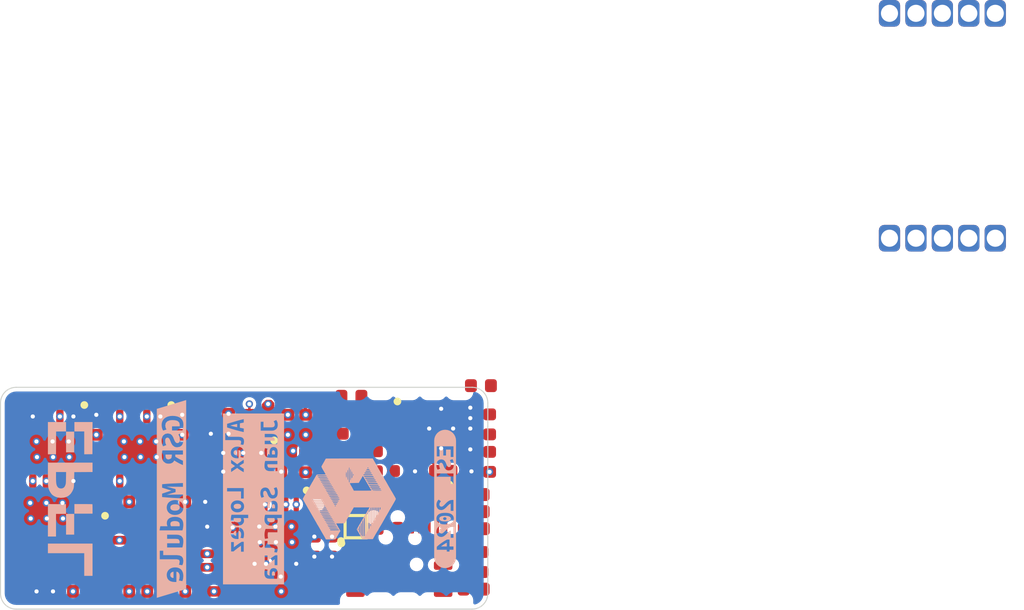
<source format=kicad_pcb>
(kicad_pcb (version 20240108) (generator "pcbnew") (generator_version "8.0")
  (layers (0 "F.Cu" signal) (1 "In1.Cu" signal) (2 "In2.Cu" signal) (31 "B.Cu" signal) (34 "B.Paste" user) (35 "F.Paste" user) (36 "B.SilkS" user "B.Silkscreen") (37 "F.SilkS" user "F.Silkscreen") (38 "B.Mask" user) (39 "F.Mask" user) (44 "Edge.Cuts" user))
  (net 0 "")
  (net 1 "GSR")
  (net 2 "Net-(U2B-+)")
  (net 3 "GND")
  (net 4 "/[2] GSR/V_MID")
  (net 5 "+3VA")
  (net 6 "+1V8")
  (net 7 "/[2] GSR/IN_P")
  (net 8 "/[2] GSR/IN_N")
  (net 9 "/[1] Power Regulation & Level Shifting/+3V3_FILT")
  (net 10 "Net-(C20-Pad2)")
  (net 11 "+3V3")
  (net 12 "Net-(C21-Pad2)")
  (net 13 "/[2] GSR/ELECTRODE_P")
  (net 14 "+3VA_ADC")
  (net 15 "LVL_SHIFTER_EN")
  (net 16 "SCL_3V")
  (net 17 "SDA_3V")
  (net 18 "SDA_1V8")
  (net 19 "SCL_1V8")
  (net 20 "/[2] GSR/POT_N")
  (net 21 "Net-(U4-H)")
  (net 22 "/[2] GSR/RG_1")
  (net 23 "/[2] GSR/RG_2")
  (net 24 "Net-(U5-FB_PG)")
  (net 25 "/[2] GSR/V_IA_REF")
  (net 28 "/[1] Power Regulation & Level Shifting/NR{slash}SS")
  (net 29 "/[1] Power Regulation & Level Shifting/EN_UV")
  (net 30 "/[2] GSR/FB_LPF")
  (net 31 "Net-(C19-Pad2)")
  (net 32 "Net-(C18-Pad2)")
  (net 33 "V_IA_OUT")
  (net 34 "ADC_EN")
  (net 35 "Net-(U7-IN+)")
  (net 36 "Net-(U7-SDO)")
  (net 37 "SPI_MISO_3V")
  (net 38 "SPI_CS_1V8")
  (net 39 "SPI_CS_3V")
  (net 40 "SPI_SCK_3V")
  (net 41 "SPI_MISO_1V8")
  (net 42 "SPI_SCK_1V8")
  (footprint "X-MODs_PcbLib:R0402" (layer "F.Cu") (at 136.135 92.835039)
    (property "Reference" "R18" (hide yes))
    (property "Value" "TBD" (hide yes))
  )
  (footprint "X-MODs_PcbLib:DSBGA-4_0.74x0.74mm" (layer "F.Cu") (at 132.82 95.49 90)
    (property "Reference" "U9" (hide yes))
    (property "Value" "TPS22916CYFPR" (hide yes))
  )
  (footprint "X-MODs_PcbLib:R0402" (layer "F.Cu") (at 117 98.6 180)
    (property "Reference" "R11" (hide yes))
    (property "Value" "270K" (hide yes))
  )
  (footprint "X-MODs_PcbLib:C0402" (layer "F.Cu") (at 126.9 95.05 -90)
    (property "Reference" "C3" (hide yes))
    (property "Value" "100n 10V" (hide yes))
  )
  (footprint "X-MODs_PcbLib:DFN-10_3x3mm" (layer "F.Cu") (at 128.95 95.85 -90)
    (property "Reference" "U2" (hide yes))
    (property "Value" "LTC2064IDD#PBF" (hide yes))
  )
  (footprint "X-MODs_PcbLib:R0402" (layer "F.Cu") (at 126.925 92.85)
    (property "Reference" "R3" (hide yes))
    (property "Value" "1M00" (hide yes))
  )
  (footprint "X-MODs_PcbLib:C0402" (layer "F.Cu") (at 131.22 95.1)
    (property "Reference" "C25" (hide yes))
    (property "Value" "1u00 10V" (hide yes))
  )
  (footprint "X-MODs_PcbLib:C0402" (layer "F.Cu") (at 118.75 98.6 180)
    (property "Reference" "C13" (hide yes))
    (property "Value" "2u20 16V" (hide yes))
  )
  (footprint "X-MODs_PcbLib:C0402" (layer "F.Cu") (at 128.75 91.95 180)
    (property "Reference" "C7" (hide yes))
    (property "Value" "100n 10V" (hide yes))
  )
  (footprint "X-MODs_PcbLib:R0402" (layer "F.Cu") (at 138.47 98.49)
    (property "Reference" "R27" (hide yes))
    (property "Value" "22R0" (hide yes))
  )
  (footprint "X-MODs_PcbLib:UQFN-12_1.7x2mm" (layer "F.Cu") (at 136.305 94.77 -90)
    (property "Reference" "U8" (hide yes))
    (property "Value" "TXB0104RUTR" (hide yes))
  )
  (footprint "X-MODs_PcbLib:MSOP-8" (layer "F.Cu") (at 123.570078 96.467539)
    (property "Reference" "U1" (hide yes))
    (property "Value" "AD8236ARMZ-R7" (hide yes))
  )
  (footprint "X-MODs_PcbLib:R0402" (layer "F.Cu") (at 134.34 95.57)
    (property "Reference" "R29" (hide yes))
    (property "Value" "56K0" (hide yes))
  )
  (footprint "X-MODs_PcbLib:R0402" (layer "F.Cu") (at 137.885 92.835039)
    (property "Reference" "R19" (hide yes))
    (property "Value" "TBD" (hide yes))
  )
  (footprint "X-MODs_PcbLib:C0402" (layer "F.Cu") (at 120.35 90.6 -90)
    (property "Reference" "C9" (hide yes))
    (property "Value" "100n 10V" (hide yes))
  )
  (footprint "X-MODs_PcbLib:C0402" (layer "F.Cu") (at 138.82 88.72)
    (property "Reference" "C17" (hide yes))
    (property "Value" "10u0 16V" (hide yes))
  )
  (footprint "X-MODs_PcbLib:C0402" (layer "F.Cu") (at 125.1 98.6 180)
    (property "Reference" "C2" (hide yes))
    (property "Value" "10n0 16V" (hide yes))
  )
  (footprint "X-MODs_PcbLib:C0402" (layer "F.Cu") (at 132.16 90.55 -90)
    (property "Reference" "C20" (hide yes))
    (property "Value" "10u0 16V" (hide yes))
  )
  (footprint "X-MODs_PcbLib:R0402" (layer "F.Cu") (at 120.1 94.5 -90)
    (property "Reference" "R12" (hide yes))
    (property "Value" "4M75" (hide yes))
  )
  (footprint "X-MODs_PcbLib:R0402" (layer "F.Cu") (at 134.62 92.34 -90)
    (property "Reference" "R17" (hide yes))
    (property "Value" "TBD" (hide yes))
  )
  (footprint "X-MODs_PcbLib:GSR_Electrodes_Conn" (layer "F.Cu") (at 117.95 96 90)
    (property "Reference" "J1" (hide yes))
    (property "Value" "~" (hide yes))
  )
  (footprint "X-MODs_PcbLib:C0402" (layer "F.Cu") (at 125.1 94.3 180)
    (property "Reference" "C14" (hide yes))
    (property "Value" "100n 10V" (hide yes))
  )
  (footprint "X-MODs_PcbLib:R0402" (layer "F.Cu") (at 130.405 90.6 90)
    (property "Reference" "R8" (hide yes))
    (property "Value" "10K0" (hide yes))
  )
  (footprint "X-MODs_PcbLib:R0402" (layer "F.Cu") (at 138.47 94.77 180)
    (property "Reference" "R20" (hide yes))
    (property "Value" "1M00" (hide yes))
  )
  (footprint "X-MODs_PcbLib:MSOP-8" (layer "F.Cu") (at 134.9 97.68)
    (property "Reference" "U7" (hide yes))
    (property "Value" "LTC1864LIMS8#PBF" (hide yes))
  )
  (footprint "X-MODs_PcbLib:C0402" (layer "F.Cu") (at 131.34 90.56 -90)
    (property "Reference" "C21" (hide yes))
    (property "Value" "10u0 16V" (hide yes))
  )
  (footprint "X-MODs_PcbLib:R0402" (layer "F.Cu") (at 131.22 97.82)
    (property "Reference" "R26" (hide yes))
    (property "Value" "0R00" (hide yes))
  )
  (footprint "X-MODs_PcbLib:X2SON-8" (layer "F.Cu") (at 128.15 90.45 180)
    (property "Reference" "U6" (hide yes))
    (property "Value" "TXS0102DQER" (hide yes))
  )
  (footprint "X-MODs_PcbLib:R0402" (layer "F.Cu") (at 131.22 98.64)
    (property "Reference" "R23" (hide yes))
    (property "Value" "0R00" (hide yes))
  )
  (footprint "X-MODs_PcbLib:R0402" (layer "F.Cu") (at 133.8 92.35 -90)
    (property "Reference" "R21" (hide yes))
    (property "Value" "TBD" (hide yes))
  )
  (footprint "X-MODs_PcbLib:C0402" (layer "F.Cu") (at 128.75 98.6)
    (property "Reference" "C1" (hide yes))
    (property "Value" "15n0 16V" (hide yes))
  )
  (footprint "X-MODs_PcbLib:L0402" (layer "F.Cu") (at 132.6 89.23 180)
    (property "Reference" "FB1" (hide yes))
    (property "Value" "FerriteBead" (hide yes))
  )
  (footprint "X-MODs_PcbLib:C0402" (layer "F.Cu") (at 132.98 90.56 -90)
    (property "Reference" "C19" (hide yes))
    (property "Value" "10u0 16V" (hide yes))
  )
  (footprint "X-MODs_PcbLib:R0402" (layer "F.Cu") (at 129.55 90.6 90)
    (property "Reference" "R9" (hide yes))
    (property "Value" "10K0" (hide yes))
  )
  (footprint "X-MODs_PcbLib:TDFN-8_3x3mm" (layer "F.Cu") (at 122.45 91.75 -90)
    (property "Reference" "U4" (hide yes))
    (property "Value" "MAX5419LETA+T" (hide yes))
  )
  (footprint "X-MODs_PcbLib:R0402" (layer "F.Cu") (at 125.85 90.55 90)
    (property "Reference" "R7" (hide yes))
    (property "Value" "10K0" (hide yes))
  )
  (footprint "X-MODs_PcbLib:C0402" (layer "F.Cu") (at 138.88 97.19 -90)
    (property "Reference" "C22" (hide yes))
    (property "Value" "100n 10V" (hide yes))
  )
  (footprint "X-MODs_PcbLib:C0402" (layer "F.Cu") (at 120.1 96.332461 90)
    (property "Reference" "C12" (hide yes))
    (property "Value" "470p 50V" (hide yes))
  )
  (footprint "X-MODs_PcbLib:R0402" (layer "F.Cu") (at 126.925 98.6 180)
    (property "Reference" "R2" (hide yes))
    (property "Value" "2M87" (hide yes))
  )
  (footprint "X-MODs_PcbLib:C0402" (layer "F.Cu") (at 131.64 96.45 90)
    (property "Reference" "C5" (hide yes))
    (property "Value" "100n 10V" (hide yes))
  )
  (footprint "X-MODs_PcbLib:C0402" (layer "F.Cu") (at 138.475 95.59)
    (property "Reference" "C24" (hide yes))
    (property "Value" "100n 10V" (hide yes))
  )
  (footprint "X-MODs_PcbLib:R0402" (layer "F.Cu") (at 131.34 92.37 -90)
    (property "Reference" "R24" (hide yes))
    (property "Value" "TBD" (hide yes))
  )
  (footprint "X-MODs_PcbLib:C0402" (layer "F.Cu") (at 121.45 94.3)
    (property "Reference" "C11" (hide yes))
    (property "Value" "22p0 50V" (hide yes))
  )
  (footprint "X-MODs_PcbLib:R0402" (layer "F.Cu") (at 134.62 90.56 -90)
    (property "Reference" "R16" (hide yes))
    (property "Value" "TBD" (hide yes))
  )
  (footprint "X-MODs_PcbLib:C0402" (layer "F.Cu") (at 133.8 90.56 -90)
    (property "Reference" "C18" (hide yes))
    (property "Value" "10u0 16V" (hide yes))
  )
  (footprint "X-MODs_PcbLib:R0402" (layer "F.Cu") (at 126.7 90.55 90)
    (property "Reference" "R6" (hide yes))
    (property "Value" "10K0" (hide yes))
  )
  (footprint "X-MODs_PcbLib:R0402" (layer "F.Cu") (at 139.235 92.38 -90)
    (property "Reference" "R15" (hide yes))
    (property "Value" "20K0" (hide yes))
  )
  (footprint "X-MODs_PcbLib:WSON-8-3.15x3.15mm" (layer "F.Cu") (at 136.91 90.78)
    (property "Reference" "U5" (hide yes))
    (property "Value" "TPS7A9401DSCR" (hide yes))
  )
  (footprint "X-MODs_PcbLib:R0402" (layer "F.Cu") (at 126.932461 96.85 -90)
    (property "Reference" "R1" (hide yes))
    (property "Value" "1M43" (hide yes))
  )
  (footprint "X-MODs_PcbLib:R0402" (layer "F.Cu") (at 123.275 98.6)
    (property "Reference" "R14" (hide yes))
    (property "Value" "TBD" (hide yes))
  )
  (footprint "X-MODs_PcbLib:R0402" (layer "F.Cu") (at 120.1 98.15 90)
    (property "Reference" "R10" (hide yes))
    (property "Value" "4M64" (hide yes))
  )
  (footprint "X-MODs_PcbLib:C0402" (layer "F.Cu") (at 126.925 91.95)
    (property "Reference" "C8" (hide yes))
    (property "Value" "100n 10V" (hide yes))
  )
  (footprint "X-MODs_PcbLib:C0402" (layer "F.Cu") (at 138.05 97.19 -90)
    (property "Reference" "C16" (hide yes))
    (property "Value" "10u0 16V" (hide yes))
  )
  (footprint "X-MODs_PcbLib:C0402" (layer "F.Cu") (at 130.82 96.45 90)
    (property "Reference" "C4" (hide yes))
    (property "Value" "1u00 10V" (hide yes))
  )
  (footprint "X-MODs_PcbLib:GSR_Board_Castellated_Conn_1.27mm" (layer "F.Cu") (at 153.18 76.34)
    (property "Reference" "J2" (hide yes))
    (property "Value" "~" (hide yes))
  )
  (footprint "X-MODs_PcbLib:R0402" (layer "F.Cu") (at 130.4 92.4 -90)
    (property "Reference" "R5" (hide yes))
    (property "Value" "100K" (hide yes))
  )
  (footprint "X-MODs_PcbLib:C0402" (layer "F.Cu") (at 124.475 90.6 -90)
    (property "Reference" "C6" (hide yes))
    (property "Value" "100n 10V" (hide yes))
  )
  (footprint "X-MODs_PcbLib:R0402" (layer "F.Cu") (at 128.75 92.85)
    (property "Reference" "R4" (hide yes))
    (property "Value" "1M00" (hide yes))
  )
  (footprint "X-MODs_PcbLib:C0402" (layer "F.Cu") (at 139.235 90.58 90)
    (property "Reference" "C15" (hide yes))
    (property "Value" "4u70 6V3" (hide yes))
  )
  (footprint "X-MODs_PcbLib:R0402" (layer "F.Cu") (at 124.45 92.75 -90)
    (property "Reference" "R13" (hide yes))
    (property "Value" "TBD" (hide yes))
  )
  (footprint "X-MODs_PcbLib:C0402" (layer "F.Cu") (at 121.45 98.6)
    (property "Reference" "C10" (hide yes))
    (property "Value" "22p0 50V" (hide yes))
  )
  (footprint "X-MODs_PcbLib:TDFN-8_3x3mm" (layer "F.Cu") (at 118.275 91.75 -90)
    (property "Reference" "U3" (hide yes))
    (property "Value" "MAX5419LETA+T" (hide yes))
  )
  (footprint "X-MODs_PcbLib:R0402" (layer "F.Cu") (at 132.98 92.36 -90)
    (property "Reference" "R22" (hide yes))
    (property "Value" "TBD" (hide yes))
  )
  (footprint "X-MODs_PcbLib:R0402" (layer "F.Cu") (at 132.16 92.35 -90)
    (property "Reference" "R25" (hide yes))
    (property "Value" "TBD" (hide yes))
  )
  (footprint "X-MODs_PcbLib:R0402" (layer "F.Cu") (at 134.32 94.08)
    (property "Reference" "R28" (hide yes))
    (property "Value" "56K0" (hide yes))
  )
  (footprint "X-MODs_PcbLib:C0402" (layer "F.Cu") (at 138.465 93.95)
    (property "Reference" "C23" (hide yes))
    (property "Value" "100n 10V" (hide yes))
  )
  (footprint "LOGO" (layer "B.Cu") (at 132.56079 93.866965 -90)
    (property "Reference" "G***" (hide yes))
    (property "Value" "LOGO" (hide yes))
  )
  (footprint "kibuzzard-66FA4FC2" (layer "B.Cu") (at 123.96 94.16 -90)
    (property "Reference" "kibuzzard-66FA4FC2" (hide yes))
    (property "Value" "G***" (hide yes))
  )
  (footprint "kibuzzard-66E06AA7" (layer "B.Cu") (at 137.1 94.16 -90)
    (property "Reference" "kibuzzard-66E06AA7" (hide yes))
    (property "Value" "G***" (hide yes))
  )
  (footprint "LOGO" (layer "B.Cu") (at 119.09 94.16 -90)
    (property "Reference" "G***" (hide yes))
    (property "Value" "LOGO" (hide yes))
  )
  (footprint "kibuzzard-66E06AC0" (layer "B.Cu") (at 127.9 94.16 -90)
    (property "Reference" "kibuzzard-66E06AC0" (hide yes))
    (property "Value" "G***" (hide yes))
  )
  (gr_arc (start 139.15 98.7) (mid 138.93033 99.23033) (end 138.4 99.45) (stroke (width 0.05)) (layer "Edge.Cuts"))
  (gr_line (start 116.5 88.8) (end 138.4 88.8) (stroke (width 0.05)) (layer "Edge.Cuts"))
  (gr_arc (start 115.75 89.55) (mid 115.96967 89.01967) (end 116.5 88.8) (stroke (width 0.05)) (layer "Edge.Cuts"))
  (gr_line (start 138.4 99.45) (end 116.5 99.45) (stroke (width 0.05)) (layer "Edge.Cuts"))
  (gr_line (start 139.15 89.55) (end 139.15 98.7) (stroke (width 0.05)) (layer "Edge.Cuts"))
  (gr_line (start 115.75 98.7) (end 115.75 89.55) (stroke (width 0.05)) (layer "Edge.Cuts"))
  (gr_arc (start 116.5 99.45) (mid 115.96967 99.23033) (end 115.75 98.7) (stroke (width 0.05)) (layer "Edge.Cuts"))
  (gr_arc (start 138.4 88.8) (mid 138.93033 89.01967) (end 139.15 89.55) (stroke (width 0.05)) (layer "Edge.Cuts"))
  (via (at 129.23 98.6) (size 0.35) (drill 0.2) (layers "F.Cu" "B.Cu") (net 1))
  (via (at 129.21 97.89) (size 0.35) (drill 0.2) (layers "F.Cu" "B.Cu") (net 1))
  (segment (start 126.445 98.6) (end 125.58 98.6) (width 0.5) (layer "F.Cu") (net 2))
  (via (at 128.5 97.275) (size 0.35) (drill 0.2) (layers "F.Cu" "B.Cu") (net 2))
  (via (at 126 98.6) (size 0.35) (drill 0.2) (layers "F.Cu" "B.Cu") (net 2))
  (via (at 129.23 92.85) (size 0.35) (drill 0.2) (layers "F.Cu" "B.Cu") (net 3))
  (via (at 118.75 95.1) (size 0.35) (drill 0.2) (layers "F.Cu" "B.Cu") (net 3))
  (via (at 129.75 96.235719) (size 0.35) (drill 0.2) (layers "F.Cu" "B.Cu") (net 3))
  (via (at 121.675 91.4) (size 0.35) (drill 0.2) (layers "F.Cu" "B.Cu") (net 3))
  (via (at 138.31 91.78) (size 0.35) (drill 0.2) (layers "F.Cu" "B.Cu") (net 3))
  (via (at 125.675578 97.442539) (size 0.35) (drill 0.2) (layers "F.Cu" "B.Cu") (net 3))
  (via (at 117.975 95.1) (size 0.35) (drill 0.2) (layers "F.Cu" "B.Cu") (net 3))
  (via (at 119.05 92.15) (size 0.35) (drill 0.2) (layers "F.Cu" "B.Cu") (net 3))
  (via (at 123.25 92.15) (size 0.35) (drill 0.2) (layers "F.Cu" "B.Cu") (net 3))
  (via (at 128.45 94.425) (size 0.35) (drill 0.2) (layers "F.Cu" "B.Cu") (net 3))
  (via (at 130.82 95.97) (size 0.35) (drill 0.2) (layers "F.Cu" "B.Cu") (net 3))
  (via (at 121.7 92.15) (size 0.35) (drill 0.2) (layers "F.Cu" "B.Cu") (net 3))
  (via (at 117.95 93.3) (size 0.35) (drill 0.2) (layers "F.Cu" "B.Cu") (net 3))
  (via (at 122.45 91.4) (size 0.35) (drill 0.2) (layers "F.Cu" "B.Cu") (net 3))
  (via (at 128.27 91.95) (size 0.35) (drill 0.2) (layers "F.Cu" "B.Cu") (net 3))
  (via (at 129.725 95.485719) (size 0.35) (drill 0.2) (layers "F.Cu" "B.Cu") (net 3))
  (via (at 118.275 92.15) (size 0.35) (drill 0.2) (layers "F.Cu" "B.Cu") (net 3))
  (via (at 131.67 95.97) (size 0.35) (drill 0.2) (layers "F.Cu" "B.Cu") (net 3))
  (via (at 121.475 90.2) (size 0.35) (drill 0.2) (layers "F.Cu" "B.Cu") (net 3))
  (via (at 117.475 91.4) (size 0.35) (drill 0.2) (layers "F.Cu" "B.Cu") (net 3))
  (via (at 128.2 96.235719) (size 0.35) (drill 0.2) (layers "F.Cu" "B.Cu") (net 3))
  (via (at 121.93 98.6) (size 0.35) (drill 0.2) (layers "F.Cu" "B.Cu") (net 3))
  (via (at 128.6 89.6) (size 0.35) (drill 0.2) (layers "F.Cu" "B.Cu") (net 3))
  (via (at 124.62 94.3) (size 0.35) (drill 0.2) (layers "F.Cu" "B.Cu") (net 3))
  (via (at 128.175 95.485719) (size 0.35) (drill 0.2) (layers "F.Cu" "B.Cu") (net 3))
  (via (at 128.975 96.235719) (size 0.35) (drill 0.2) (layers "F.Cu" "B.Cu") (net 3))
  (via (at 117.3 93.3) (size 0.35) (drill 0.2) (layers "F.Cu" "B.Cu") (net 3))
  (via (at 128.95 95.485719) (size 0.35) (drill 0.2) (layers "F.Cu" "B.Cu") (net 3))
  (via (at 139.235 92.86) (size 0.35) (drill 0.2) (layers "F.Cu" "B.Cu") (net 3))
  (via (at 127.405 91.95) (size 0.35) (drill 0.2) (layers "F.Cu" "B.Cu") (net 3))
  (via (at 119.23 98.6) (size 0.35) (drill 0.2) (layers "F.Cu" "B.Cu") (net 3))
  (via (at 119.025 91.4) (size 0.35) (drill 0.2) (layers "F.Cu" "B.Cu") (net 3))
  (via (at 117.5 92.15) (size 0.35) (drill 0.2) (layers "F.Cu" "B.Cu") (net 3))
  (via (at 123.225 91.4) (size 0.35) (drill 0.2) (layers "F.Cu" "B.Cu") (net 3))
  (via (at 121.93 94.3) (size 0.35) (drill 0.2) (layers "F.Cu" "B.Cu") (net 3))
  (via (at 117.2 95.1) (size 0.35) (drill 0.2) (layers "F.Cu" "B.Cu") (net 3))
  (via (at 138.365 92.835039) (size 0.35) (drill 0.2) (layers "F.Cu" "B.Cu") (net 3))
  (via (at 122.475 92.15) (size 0.35) (drill 0.2) (layers "F.Cu" "B.Cu") (net 3))
  (via (at 118.25 91.4) (size 0.35) (drill 0.2) (layers "F.Cu" "B.Cu") (net 3))
  (via (at 121.475 93.3) (size 0.35) (drill 0.2) (layers "F.Cu" "B.Cu") (net 3))
  (via (at 120.35 91.08) (size 0.35) (drill 0.2) (layers "F.Cu" "B.Cu") (net 3))
  (via (at 126.9 95.53) (size 0.35) (drill 0.2) (layers "F.Cu" "B.Cu") (net 3))
  (via (at 124.62 98.6) (size 0.35) (drill 0.2) (layers "F.Cu" "B.Cu") (net 3))
  (via (at 118.725 94.35) (size 0.35) (drill 0.2) (layers "F.Cu" "B.Cu") (net 3))
  (via (at 124.475 91.08) (size 0.35) (drill 0.2) (layers "F.Cu" "B.Cu") (net 3))
  (via (at 117.95 94.35) (size 0.35) (drill 0.2) (layers "F.Cu" "B.Cu") (net 3))
  (via (at 117.175 94.35) (size 0.35) (drill 0.2) (layers "F.Cu" "B.Cu") (net 3))
  (via (at 123.425 90.2) (size 0.35) (drill 0.2) (layers "F.Cu" "B.Cu") (net 5))
  (via (at 119.25 90.2) (size 0.35) (drill 0.2) (layers "F.Cu" "B.Cu") (net 5))
  (via (at 125.58 94.3) (size 0.35) (drill 0.2) (layers "F.Cu" "B.Cu") (net 5))
  (via (at 126.7 91.03) (size 0.35) (drill 0.2) (layers "F.Cu" "B.Cu") (net 5))
  (via (at 119.25 93.3) (size 0.35) (drill 0.2) (layers "F.Cu" "B.Cu") (net 5))
  (via (at 126.445 91.95) (size 0.35) (drill 0.2) (layers "F.Cu" "B.Cu") (net 5))
  (via (at 138.31 90.78) (size 0.35) (drill 0.2) (layers "F.Cu" "B.Cu") (net 5))
  (via (at 130.82 96.93) (size 0.35) (drill 0.2) (layers "F.Cu" "B.Cu") (net 5))
  (via (at 127.95 97.275) (size 0.35) (drill 0.2) (layers "F.Cu" "B.Cu") (net 5))
  (via (at 124.475 90.12) (size 0.35) (drill 0.2) (layers "F.Cu" "B.Cu") (net 5))
  (via (at 120.35 90.12) (size 0.35) (drill 0.2) (layers "F.Cu" "B.Cu") (net 5))
  (via (at 117.48 98.6) (size 0.35) (drill 0.2) (layers "F.Cu" "B.Cu") (net 5))
  (via (at 129.95 97.275) (size 0.35) (drill 0.2) (layers "F.Cu" "B.Cu") (net 5))
  (via (at 135.655 92.835039) (size 0.35) (drill 0.2) (layers "F.Cu" "B.Cu") (net 5))
  (via (at 138.31 90.28) (size 0.35) (drill 0.2) (layers "F.Cu" "B.Cu") (net 5))
  (via (at 117.3 90.2) (size 0.35) (drill 0.2) (layers "F.Cu" "B.Cu") (net 5))
  (via (at 138.31 89.78) (size 0.35) (drill 0.2) (layers "F.Cu" "B.Cu") (net 5))
  (via (at 126.445 92.85) (size 0.35) (drill 0.2) (layers "F.Cu" "B.Cu") (net 5))
  (via (at 131.67 96.93) (size 0.35) (drill 0.2) (layers "F.Cu" "B.Cu") (net 5))
  (via (at 125.85 91.03) (size 0.35) (drill 0.2) (layers "F.Cu" "B.Cu") (net 5))
  (via (at 125.675578 95.492539) (size 0.35) (drill 0.2) (layers "F.Cu" "B.Cu") (net 5))
  (via (at 118.27 98.6) (size 0.35) (drill 0.2) (layers "F.Cu" "B.Cu") (net 5))
  (via (at 129.55 91.08) (size 0.35) (drill 0.2) (layers "F.Cu" "B.Cu") (net 6))
  (via (at 129.8 91.85) (size 0.35) (drill 0.2) (layers "F.Cu" "B.Cu") (net 6))
  (via (at 130.405 91.08) (size 0.35) (drill 0.2) (layers "F.Cu" "B.Cu") (net 6))
  (segment (start 118.72 97.25) (end 119.285 97.815) (width 0.5) (layer "F.Cu") (net 13))
  (segment (start 120.1 98.63) (end 119.285 97.815) (width 0.25) (layer "F.Cu") (net 13))
  (segment (start 117.95 97.25) (end 118.72 97.25) (width 0.5) (layer "F.Cu") (net 13))
  (segment (start 116.52 98.6) (end 116.52 98.29) (width 0.5) (layer "F.Cu") (net 13))
  (segment (start 116.52 98.29) (end 117.56 97.25) (width 0.5) (layer "F.Cu") (net 13))
  (segment (start 117.56 97.25) (end 117.95 97.25) (width 0.5) (layer "F.Cu") (net 13))
  (segment (start 127.7 89.925) (end 127.7 89.6) (width 0.12) (layer "F.Cu") (net 15))
  (via (at 130.4 92.88) (size 0.35) (drill 0.2) (layers "F.Cu" "B.Cu") (net 15))
  (via (at 127.7 89.6) (size 0.35) (drill 0.2) (layers "F.Cu" "B.Cu") (net 15))
  (segment (start 127.375 90.625) (end 126.82 90.07) (width 0.12) (layer "F.Cu") (net 16))
  (segment (start 126.82 90.07) (end 126.7 90.07) (width 0.12) (layer "F.Cu") (net 16))
  (segment (start 127.7 90.625) (end 127.375 90.625) (width 0.12) (layer "F.Cu") (net 16))
  (via (at 126.7 90.07) (size 0.35) (drill 0.2) (layers "F.Cu" "B.Cu") (net 16))
  (via (at 122.775 90.2) (size 0.35) (drill 0.2) (layers "F.Cu" "B.Cu") (net 16))
  (via (at 118.6 90.2) (size 0.35) (drill 0.2) (layers "F.Cu" "B.Cu") (net 16))
  (segment (start 125.5 89.35) (end 125.45 89.35) (width 0.12) (layer "F.Cu") (net 17))
  (segment (start 121.774999 89.35) (end 125.45 89.35) (width 0.12) (layer "F.Cu") (net 17))
  (segment (start 127.2 89.65) (end 126.9 89.35) (width 0.12) (layer "F.Cu") (net 17))
  (segment (start 125.85 90.07) (end 125.85 89.7) (width 0.12) (layer "F.Cu") (net 17))
  (segment (start 126.9 89.35) (end 125.45 89.35) (width 0.12) (layer "F.Cu") (net 17))
  (segment (start 122.125 89.700001) (end 122.125 90.2) (width 0.12) (layer "F.Cu") (net 17))
  (segment (start 127.7 90.275) (end 127.475 90.275) (width 0.12) (layer "F.Cu") (net 17))
  (segment (start 117.95 90.2) (end 117.95 89.875001) (width 0.12) (layer "F.Cu") (net 17))
  (segment (start 127.475 90.275) (end 127.2 90) (width 0.12) (layer "F.Cu") (net 17))
  (segment (start 127.2 90) (end 127.2 89.65) (width 0.12) (layer "F.Cu") (net 17))
  (segment (start 118.475001 89.35) (end 121.774999 89.35) (width 0.12) (layer "F.Cu") (net 17))
  (segment (start 121.774999 89.35) (end 122.125 89.700001) (width 0.12) (layer "F.Cu") (net 17))
  (segment (start 125.85 89.7) (end 125.5 89.35) (width 0.12) (layer "F.Cu") (net 17))
  (segment (start 117.95 89.875001) (end 118.475001 89.35) (width 0.12) (layer "F.Cu") (net 17))
  (segment (start 129.05 89.75) (end 129.3 89.5) (width 0.12) (layer "F.Cu") (net 18))
  (segment (start 129.3 89.5) (end 130.0675 89.5) (width 0.12) (layer "F.Cu") (net 18))
  (segment (start 129.05 90.1) (end 129.05 89.75) (width 0.12) (layer "F.Cu") (net 18))
  (segment (start 130.405 89.8375) (end 130.405 90.12) (width 0.12) (layer "F.Cu") (net 18))
  (segment (start 128.875 90.275) (end 129.05 90.1) (width 0.12) (layer "F.Cu") (net 18))
  (segment (start 130.0675 89.5) (end 130.405 89.8375) (width 0.12) (layer "F.Cu") (net 18))
  (segment (start 128.6 90.275) (end 128.875 90.275) (width 0.12) (layer "F.Cu") (net 18))
  (via (at 130.405 90.12) (size 0.35) (drill 0.2) (layers "F.Cu" "B.Cu") (net 18))
  (segment (start 129.045 90.625) (end 129.55 90.12) (width 0.12) (layer "F.Cu") (net 19))
  (segment (start 128.6 90.625) (end 129.045 90.625) (width 0.12) (layer "F.Cu") (net 19))
  (via (at 129.55 90.12) (size 0.35) (drill 0.2) (layers "F.Cu" "B.Cu") (net 19))
  (segment (start 118.637538 93.487538) (end 119.15 94) (width 0.12) (layer "F.Cu") (net 20))
  (segment (start 118.637538 93.28) (end 118.637538 93.487538) (width 0.12) (layer "F.Cu") (net 20))
  (segment (start 119.15 94) (end 120.137538 94) (width 0.12) (layer "F.Cu") (net 20))
  (segment (start 123.425 93.3) (end 123.425 93.175) (width 0.12) (layer "F.Cu") (net 21))
  (segment (start 124.33 92.27) (end 124.45 92.27) (width 0.12) (layer "F.Cu") (net 21))
  (segment (start 123.425 93.175) (end 124.33 92.27) (width 0.12) (layer "F.Cu") (net 21))
  (segment (start 123.75 93.93) (end 124.45 93.23) (width 0.12) (layer "F.Cu") (net 22))
  (segment (start 123.057461 96.792539) (end 121.464578 96.792539) (width 0.12) (layer "F.Cu") (net 22))
  (segment (start 123.75 96.1) (end 123.75 95.85) (width 0.12) (layer "F.Cu") (net 22))
  (segment (start 123.75 95.85) (end 123.75 93.93) (width 0.12) (layer "F.Cu") (net 22))
  (segment (start 123.057461 96.792539) (end 123.75 96.1) (width 0.12) (layer "F.Cu") (net 22))
  (segment (start 123.755 98.6) (end 123.75 98.595) (width 0.12) (layer "F.Cu") (net 22))
  (segment (start 123.75 98.595) (end 123.75 95.85) (width 0.12) (layer "F.Cu") (net 22))
  (segment (start 122.058461 96.141539) (end 121.464578 96.141539) (width 0.12) (layer "F.Cu") (net 23))
  (segment (start 122.775 95.425) (end 122.058461 96.141539) (width 0.12) (layer "F.Cu") (net 23))
  (segment (start 122.125 93.3) (end 122.775 93.3) (width 0.5) (layer "F.Cu") (net 23))
  (segment (start 122.775 93.3) (end 122.775 95.425) (width 0.12) (layer "F.Cu") (net 23))
  (via (at 121.464578 96.141539) (size 0.35) (drill 0.2) (layers "F.Cu" "B.Cu") (net 23))
  (via (at 122.795 98.6) (size 0.35) (drill 0.2) (layers "F.Cu" "B.Cu") (net 23))
  (segment (start 135.96 92.27) (end 136.34 92.27) (width 0.12) (layer "F.Cu") (net 24))
  (segment (start 135.51 91.78) (end 135.51 91.82) (width 0.12) (layer "F.Cu") (net 24))
  (segment (start 136.34 92.27) (end 136.615 92.545) (width 0.12) (layer "F.Cu") (net 24))
  (segment (start 136.615 92.545) (end 136.615 92.835039) (width 0.12) (layer "F.Cu") (net 24))
  (segment (start 135.51 91.82) (end 135.96 92.27) (width 0.12) (layer "F.Cu") (net 24))
  (segment (start 137.405 92.835039) (end 136.615 92.835039) (width 0.5) (layer "F.Cu") (net 24))
  (via (at 129.45 94.425) (size 0.35) (drill 0.2) (layers "F.Cu" "B.Cu") (net 25))
  (via (at 129.95 94.425) (size 0.35) (drill 0.2) (layers "F.Cu" "B.Cu") (net 25))
  (via (at 125.675578 96.792539) (size 0.35) (drill 0.2) (layers "F.Cu" "B.Cu") (net 25))
  (segment (start 138.31 91.28) (end 138.44 91.28) (width 0.12) (layer "F.Cu") (net 28))
  (segment (start 133.89 91.08) (end 133.88 91.07) (width 0.25) (layer "F.Cu") (net 32))
  (segment (start 126.47 96.37) (end 126.932461 96.37) (width 0.12) (layer "F.Cu") (net 33))
  (segment (start 125.675578 96.142539) (end 126.242539 96.142539) (width 0.12) (layer "F.Cu") (net 33))
  (segment (start 126.242539 96.142539) (end 126.47 96.37) (width 0.12) (layer "F.Cu") (net 33))
  (zone (net 3) (net_name "GND") (layer "F.Cu") (priority 10) (connect_pads yes (clearance 0.1)) (min_thickness 0.1) (fill yes (thermal_gap 0.5) (thermal_bridge_width 0.5))
    (polygon (pts (xy 128.3 90.05) (xy 128.9 90.05) (xy 128.9 89.55) (xy 128.75 89.4) (xy 128.5 89.4) (xy 128.3 89.6)))
  )
  (zone (net 5) (net_name "+3VA") (layer "F.Cu") (priority 11) (connect_pads yes (clearance 0.15)) (min_thickness 0.15) (fill yes (thermal_gap 0.5) (thermal_bridge_width 0.5))
    (polygon (pts (xy 126.7 93.2) (xy 126.8 93.1) (xy 126.8 91.7) (xy 127.15 91.35) (xy 127.75 91.35) (xy 127.95 91.15) (xy 127.95 90.9) (xy 127.1 90.9) (xy 126.95 90.75) (xy 125.55 90.75) (xy 125.55 91.3) (xy 126.05 91.8) (xy 126.05 93.2)))
  )
  (zone (net 30) (net_name "/[2] GSR/FB_LPF") (layer "F.Cu") (priority 8) (connect_pads yes (clearance 0.1)) (min_thickness 0.1) (fill yes (thermal_gap 0.5) (thermal_bridge_width 0.5))
    (polygon (pts (xy 127.25 97.05) (xy 127.25 97.7) (xy 127.65 98.1) (xy 128.45 98.1) (xy 128.65 98.3) (xy 128.65 98.95) (xy 127.2 98.95) (xy 127 98.75) (xy 127 98.35) (xy 126.55 97.9) (xy 126.55 97.05)))
  )
  (zone (net 1) (net_name "GSR") (layer "F.Cu") (priority 7) (connect_pads yes (clearance 0.1)) (min_thickness 0.1) (fill yes (thermal_gap 0.5) (thermal_bridge_width 0.5))
    (polygon (pts (xy 128.8 96.9) (xy 129.6 96.9) (xy 129.6 98.95) (xy 128.95 98.95) (xy 128.8 98.8)))
  )
  (zone (net 7) (net_name "/[2] GSR/IN_P") (layer "F.Cu") (priority 3) (connect_pads yes (clearance 0.1)) (min_thickness 0.1) (fill yes (thermal_gap 0.5) (thermal_bridge_width 0.5))
    (polygon (pts (xy 119.75 96.45) (xy 120.35 96.45) (xy 120.65 96.75) (xy 120.65 97.05) (xy 120.8 97.2) (xy 121.95 97.2) (xy 121.95 97.75) (xy 121.35 98.35) (xy 121.35 99) (xy 120.65 99) (xy 120.65 98.3) (xy 120.35 98) (xy 119.75 98)))
  )
  (zone (net 8) (net_name "/[2] GSR/IN_N") (layer "F.Cu") (priority 2) (connect_pads yes (clearance 0.1)) (min_thickness 0.1) (fill yes (thermal_gap 0.5) (thermal_bridge_width 0.5))
    (polygon (pts (xy 120.7 94) (xy 121.25 94) (xy 121.3 94.05) (xy 121.3 94.7) (xy 121.9 95.3) (xy 121.9 95.7) (xy 120.85 95.7) (xy 120.35 96.2) (xy 119.75 96.2) (xy 119.75 94.7) (xy 119.85 94.6) (xy 120.25 94.6) (xy 120.7 94.15)))
  )
  (zone (net 4) (net_name "/[2] GSR/V_MID") (layer "F.Cu") (priority 4) (connect_pads yes (clearance 0.1)) (min_thickness 0.1) (fill yes (thermal_gap 0.5) (thermal_bridge_width 0.5))
    (polygon (pts (xy 128.6 92.5) (xy 128.6 93.3) (xy 129.1 93.8) (xy 129.1 94.85) (xy 128.8 94.85) (xy 128.8 94.2) (xy 128.55 93.95) (xy 127.8 93.95) (xy 127.65 94.1) (xy 127.65 94.75) (xy 127.45 94.95) (xy 126.6 94.95) (xy 126.45 94.8) (xy 126.45 93.95) (xy 126.95 93.45) (xy 126.95 92.7) (xy 127.15 92.5)))
  )
  (zone (net 6) (net_name "+1V8") (layer "F.Cu") (priority 9) (connect_pads yes (clearance 0.1)) (min_thickness 0.1) (fill yes (thermal_gap 0.5) (thermal_bridge_width 0.5))
    (polygon (pts (xy 129.25 90.75) (xy 130.75 90.75) (xy 130.75 92.2) (xy 130.7 92.25) (xy 128.9 92.25) (xy 128.9 91.5) (xy 128.7 91.3) (xy 128.35 91.3) (xy 128.15 91.1) (xy 128.15 90.85) (xy 129.15 90.85)))
  )
  (zone (net 5) (net_name "+3VA") (layer "B.Cu") (priority 1) (connect_pads yes (clearance 0.15)) (min_thickness 0.15) (fill yes (thermal_gap 0.5) (thermal_bridge_width 0.5))
    (polygon (pts (xy 115.75 88.8) (xy 139.15 88.8) (xy 139.15 99.45) (xy 115.75 99.45)))
  )
)
</source>
